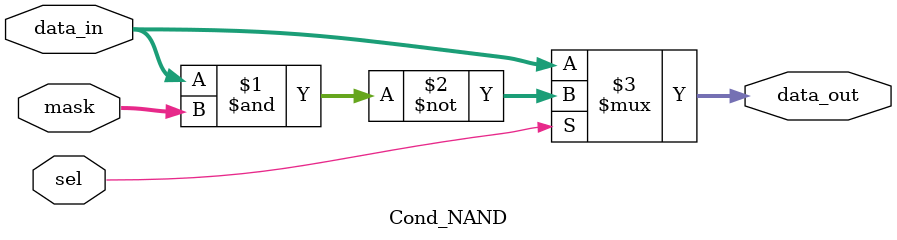
<source format=sv>
module Cond_NAND(
    input sel,
    input [3:0] mask, data_in,
    output [3:0] data_out
);
    assign data_out = sel ? ~(data_in & mask) : data_in;
endmodule

</source>
